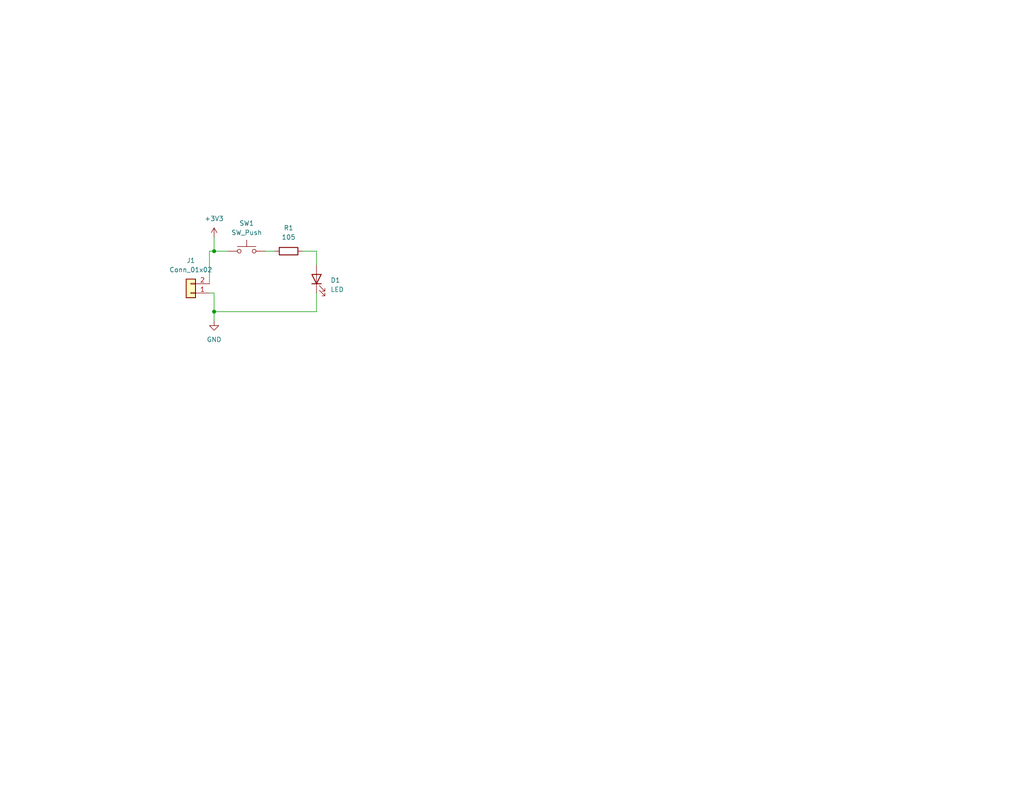
<source format=kicad_sch>
(kicad_sch (version 20230121) (generator eeschema)
  (paper "USLetter")
  (title_block (title "LEDProject") (date "2023-09-11") (rev "1.0") (company "Illini Solar Car") (comment 1 "Designed By: Gavin Tian"))
  (lib_symbols
    (symbol "Connector_Generic:Conn_01x02" (pin_names (offset 1.016) hide)
      (property "Reference" "J" (at 0 2.54 0))
      (property "Value" "Conn_01x02" (at 0 -5.08 0))
      (symbol "Conn_01x02_1_1"
        (rectangle (start -1.27 -2.413) (end 0 -2.667) (stroke (width 0.1524)))
        (rectangle (start -1.27 0.127) (end 0 -0.127) (stroke (width 0.1524)))
        (rectangle (start -1.27 1.27) (end 1.27 -3.81) (stroke (width 0.254)) (fill (type background)))
        (pin passive line (at -5.08 0 0) (length 3.81) (name "Pin_1") (number "1"))
        (pin passive line (at -5.08 -2.54 0) (length 3.81) (name "Pin_2") (number "2"))
      )
    )
    (symbol "Device:R" (pin_numbers hide) (pin_names (offset 0))
      (property "Reference" "R" (at 2.032 0 90))
      (property "Value" "R" (at 0 0 90))
      (symbol "R_0_1"
        (rectangle (start -1.016 -2.54) (end 1.016 2.54) (stroke (width 0.254)))
      )
      (symbol "R_1_1"
        (pin passive line (at 0 3.81 270) (length 1.27) (name "~") (number "1"))
        (pin passive line (at 0 -3.81 90) (length 1.27) (name "~") (number "2"))
      )
    )
    (symbol "Switch:SW_Push" (pin_numbers hide) (pin_names (offset 1.016) hide)
      (property "Reference" "SW" (at 1.27 2.54 0))
      (property "Value" "SW_Push" (at 0 -1.524 0))
      (symbol "SW_Push_0_1"
        (circle (center -2.032 0) (radius 0.508))
        (polyline (pts (xy 0 1.27) (xy 0 3.048)))
        (polyline (pts (xy 2.54 1.27) (xy -2.54 1.27)))
        (circle (center 2.032 0) (radius 0.508))
        (pin passive line (at -5.08 0 0) (length 2.54) (name "1") (number "1"))
        (pin passive line (at 5.08 0 180) (length 2.54) (name "2") (number "2"))
      )
    )
    (symbol "device:LED" (pin_numbers hide) (pin_names (offset 1.016) hide)
      (property "Reference" "D" (at 0 2.54 0))
      (property "Value" "LED" (at 0 -2.54 0))
      (symbol "LED_0_1"
        (polyline (pts (xy -1.27 -1.27) (xy -1.27 1.27)) (stroke (width 0.254)))
        (polyline (pts (xy -1.27 0) (xy 1.27 0)))
        (polyline (pts (xy 1.27 -1.27) (xy 1.27 1.27) (xy -1.27 0) (xy 1.27 -1.27)) (stroke (width 0.254)))
        (polyline (pts (xy -3.048 -0.762) (xy -4.572 -2.286) (xy -3.81 -2.286) (xy -4.572 -2.286) (xy -4.572 -1.524)))
        (polyline (pts (xy -1.778 -0.762) (xy -3.302 -2.286) (xy -2.54 -2.286) (xy -3.302 -2.286) (xy -3.302 -1.524)))
      )
      (symbol "LED_1_1"
        (pin passive line (at -3.81 0 0) (length 2.54) (name "K") (number "1"))
        (pin passive line (at 3.81 0 180) (length 2.54) (name "A") (number "2"))
      )
    )
    (symbol "power:+3V3" (power) (pin_names (offset 0))
      (property "Value" "+3V3" (at 0 3.556 0))
      (symbol "+3V3_0_1"
        (polyline (pts (xy -0.762 1.27) (xy 0 2.54)))
        (polyline (pts (xy 0 0) (xy 0 2.54)))
        (polyline (pts (xy 0 2.54) (xy 0.762 1.27)))
      )
      (symbol "+3V3_1_1"
        (pin power_in line (at 0 0 90) (length 0) hide (name "+3V3") (number "1"))
      )
    )
    (symbol "power:GND" (power) (pin_names (offset 0))
      (property "Value" "GND" (at 0 -3.81 0))
      (symbol "GND_0_1"
        (polyline (pts (xy 0 0) (xy 0 -1.27) (xy 1.27 -1.27) (xy 0 -2.54) (xy -1.27 -1.27) (xy 0 -1.27)))
      )
      (symbol "GND_1_1"
        (pin power_in line (at 0 0 270) (length 0) hide (name "GND") (number "1"))
      )
    )
  )
  (junction (at 58.42 68.58))
  (junction (at 58.42 85.09))
  (wire (pts (xy 57.15 77.47) (xy 57.15 68.58)))
  (wire (pts (xy 58.42 68.58) (xy 62.23 68.58)))
  (wire (pts (xy 58.42 87.63) (xy 58.42 85.09)))
  (wire (pts (xy 58.42 80.01) (xy 57.15 80.01)))
  (wire (pts (xy 86.36 80.01) (xy 86.36 85.09)))
  (wire (pts (xy 57.15 68.58) (xy 58.42 68.58)))
  (wire (pts (xy 58.42 85.09) (xy 58.42 80.01)))
  (wire (pts (xy 58.42 85.09) (xy 86.36 85.09)))
  (wire (pts (xy 86.36 68.58) (xy 86.36 72.39)))
  (wire (pts (xy 58.42 64.77) (xy 58.42 68.58)))
  (wire (pts (xy 72.39 68.58) (xy 74.93 68.58)))
  (wire (pts (xy 82.55 68.58) (xy 86.36 68.58)))
  (symbol (lib_id "device:LED") (at 86.36 76.2 90) (unit 1)
    (property "Reference" "D1" (at 90.17 76.5175 90) (effects (justify right)))
    (property "Value" "LED" (at 90.17 79.0575 90) (effects (justify right)))
    (property "Footprint" "layout:LED_0603_Symbol_on_F.SilkS" (effects hide))
    (property "Datasheet" "https://www.we-online.com/catalog/datasheet/150060SS75003.pdf" (effects hide))
    (property "MPN" "150060SS75003 " (effects hide))
    (property "NOTES" "led change color" (effects hide))
  )
  (symbol (lib_id "power:+3V3") (at 58.42 64.77 0) (unit 1)
    (property "Reference" "#PWR01" (effects hide))
    (property "Value" "+3V3" (at 58.42 59.69 0))
  )
  (symbol (lib_id "power:GND") (at 58.42 87.63 0) (unit 1)
    (property "Reference" "#PWR02" (effects hide))
    (property "Value" "GND" (at 58.42 92.71 0))
  )
  (symbol (lib_id "Connector_Generic:Conn_01x02") (at 52.07 80.01 180) (unit 1)
    (property "Reference" "J1" (at 52.07 71.12 0))
    (property "Value" "Conn_01x02" (at 52.07 73.66 0))
    (property "Footprint" "layout:Molex_KK-254_1x02_P2.54mm_Horizontal" (effects hide))
    (property "Datasheet" "https://tools.molex.com/pdm_docs/sd/022272021_sd.pdf" (effects hide))
  )
  (symbol (lib_id "Device:R") (at 78.74 68.58 90) (unit 1)
    (property "Reference" "R1" (at 78.74 62.23 90))
    (property "Value" "105" (at 78.74 64.77 90))
    (property "Footprint" "Resistor_SMD:R_0603_1608Metric_Pad0.98x0.95mm_HandSolder" (effects hide))
    (property "Datasheet" "https://www.te.com/usa-en/product-1825910-6.datasheet.pdf" (effects hide))
    (property "MPN" "1825910-6" (effects hide))
  )
  (symbol (lib_id "Switch:SW_Push") (at 67.31 68.58 0) (unit 1)
    (property "Reference" "SW1" (at 67.31 60.96 0))
    (property "Value" "SW_Push" (at 67.31 63.5 0))
    (property "Footprint" "Button_Switch_SMD:SW_DIP_SPSTx01_Slide_6.7x4.1mm_W6.73mm_P2.54mm_LowProfile_JPin" (effects hide))
  )
)
</source>
